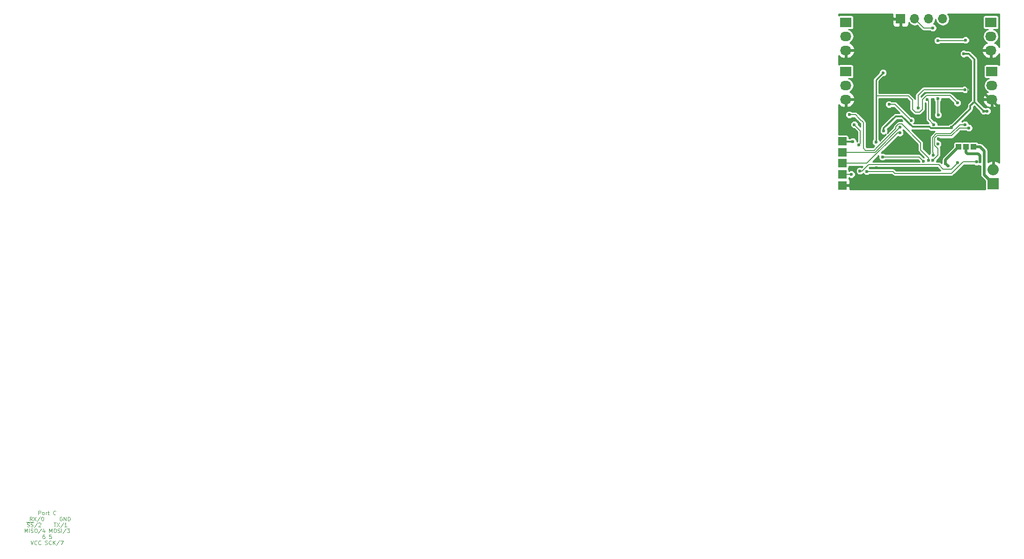
<source format=gtl>
G04 #@! TF.FileFunction,Copper,L1,Top,Signal*
%FSLAX46Y46*%
G04 Gerber Fmt 4.6, Leading zero omitted, Abs format (unit mm)*
G04 Created by KiCad (PCBNEW 4.0.2+dfsg1-stable) date Sun 13 Aug 2017 19:16:48 AEST*
%MOMM*%
G01*
G04 APERTURE LIST*
%ADD10C,0.100000*%
%ADD11C,0.600000*%
%ADD12R,2.032000X1.727200*%
%ADD13O,2.032000X1.727200*%
%ADD14R,2.032000X2.032000*%
%ADD15O,2.032000X2.032000*%
%ADD16R,1.500000X1.500000*%
%ADD17R,1.000000X1.000000*%
%ADD18R,1.700000X1.700000*%
%ADD19O,1.700000X1.700000*%
%ADD20C,0.203200*%
%ADD21C,0.508000*%
%ADD22C,0.152400*%
%ADD23C,0.304800*%
%ADD24C,0.254000*%
G04 APERTURE END LIST*
D10*
X44710668Y-185466667D02*
X44710668Y-184766667D01*
X44977334Y-184766667D01*
X45044001Y-184800000D01*
X45077334Y-184833333D01*
X45110668Y-184900000D01*
X45110668Y-185000000D01*
X45077334Y-185066667D01*
X45044001Y-185100000D01*
X44977334Y-185133333D01*
X44710668Y-185133333D01*
X45510668Y-185466667D02*
X45444001Y-185433333D01*
X45410668Y-185400000D01*
X45377334Y-185333333D01*
X45377334Y-185133333D01*
X45410668Y-185066667D01*
X45444001Y-185033333D01*
X45510668Y-185000000D01*
X45610668Y-185000000D01*
X45677334Y-185033333D01*
X45710668Y-185066667D01*
X45744001Y-185133333D01*
X45744001Y-185333333D01*
X45710668Y-185400000D01*
X45677334Y-185433333D01*
X45610668Y-185466667D01*
X45510668Y-185466667D01*
X46044001Y-185466667D02*
X46044001Y-185000000D01*
X46044001Y-185133333D02*
X46077334Y-185066667D01*
X46110667Y-185033333D01*
X46177334Y-185000000D01*
X46244001Y-185000000D01*
X46377334Y-185000000D02*
X46644000Y-185000000D01*
X46477334Y-184766667D02*
X46477334Y-185366667D01*
X46510667Y-185433333D01*
X46577334Y-185466667D01*
X46644000Y-185466667D01*
X47810667Y-185400000D02*
X47777333Y-185433333D01*
X47677333Y-185466667D01*
X47610667Y-185466667D01*
X47510667Y-185433333D01*
X47444000Y-185366667D01*
X47410667Y-185300000D01*
X47377333Y-185166667D01*
X47377333Y-185066667D01*
X47410667Y-184933333D01*
X47444000Y-184866667D01*
X47510667Y-184800000D01*
X47610667Y-184766667D01*
X47677333Y-184766667D01*
X47777333Y-184800000D01*
X47810667Y-184833333D01*
X43560668Y-186546667D02*
X43327334Y-186213333D01*
X43160668Y-186546667D02*
X43160668Y-185846667D01*
X43427334Y-185846667D01*
X43494001Y-185880000D01*
X43527334Y-185913333D01*
X43560668Y-185980000D01*
X43560668Y-186080000D01*
X43527334Y-186146667D01*
X43494001Y-186180000D01*
X43427334Y-186213333D01*
X43160668Y-186213333D01*
X43794001Y-185846667D02*
X44260668Y-186546667D01*
X44260668Y-185846667D02*
X43794001Y-186546667D01*
X45027335Y-185813333D02*
X44427335Y-186713333D01*
X45394001Y-185846667D02*
X45460668Y-185846667D01*
X45527334Y-185880000D01*
X45560668Y-185913333D01*
X45594001Y-185980000D01*
X45627334Y-186113333D01*
X45627334Y-186280000D01*
X45594001Y-186413333D01*
X45560668Y-186480000D01*
X45527334Y-186513333D01*
X45460668Y-186546667D01*
X45394001Y-186546667D01*
X45327334Y-186513333D01*
X45294001Y-186480000D01*
X45260668Y-186413333D01*
X45227334Y-186280000D01*
X45227334Y-186113333D01*
X45260668Y-185980000D01*
X45294001Y-185913333D01*
X45327334Y-185880000D01*
X45394001Y-185846667D01*
X48960666Y-185880000D02*
X48894000Y-185846667D01*
X48794000Y-185846667D01*
X48694000Y-185880000D01*
X48627333Y-185946667D01*
X48594000Y-186013333D01*
X48560666Y-186146667D01*
X48560666Y-186246667D01*
X48594000Y-186380000D01*
X48627333Y-186446667D01*
X48694000Y-186513333D01*
X48794000Y-186546667D01*
X48860666Y-186546667D01*
X48960666Y-186513333D01*
X48994000Y-186480000D01*
X48994000Y-186246667D01*
X48860666Y-186246667D01*
X49294000Y-186546667D02*
X49294000Y-185846667D01*
X49694000Y-186546667D01*
X49694000Y-185846667D01*
X50027333Y-186546667D02*
X50027333Y-185846667D01*
X50193999Y-185846667D01*
X50293999Y-185880000D01*
X50360666Y-185946667D01*
X50393999Y-186013333D01*
X50427333Y-186146667D01*
X50427333Y-186246667D01*
X50393999Y-186380000D01*
X50360666Y-186446667D01*
X50293999Y-186513333D01*
X50193999Y-186546667D01*
X50027333Y-186546667D01*
X42644000Y-187593333D02*
X42744000Y-187626667D01*
X42910667Y-187626667D01*
X42977334Y-187593333D01*
X43010667Y-187560000D01*
X43044000Y-187493333D01*
X43044000Y-187426667D01*
X43010667Y-187360000D01*
X42977334Y-187326667D01*
X42910667Y-187293333D01*
X42777334Y-187260000D01*
X42710667Y-187226667D01*
X42677334Y-187193333D01*
X42644000Y-187126667D01*
X42644000Y-187060000D01*
X42677334Y-186993333D01*
X42710667Y-186960000D01*
X42777334Y-186926667D01*
X42944000Y-186926667D01*
X43044000Y-186960000D01*
X43310667Y-187593333D02*
X43410667Y-187626667D01*
X43577334Y-187626667D01*
X43644001Y-187593333D01*
X43677334Y-187560000D01*
X43710667Y-187493333D01*
X43710667Y-187426667D01*
X43677334Y-187360000D01*
X43644001Y-187326667D01*
X43577334Y-187293333D01*
X43444001Y-187260000D01*
X43377334Y-187226667D01*
X43344001Y-187193333D01*
X43310667Y-187126667D01*
X43310667Y-187060000D01*
X43344001Y-186993333D01*
X43377334Y-186960000D01*
X43444001Y-186926667D01*
X43610667Y-186926667D01*
X43710667Y-186960000D01*
X42510667Y-186806000D02*
X43844001Y-186806000D01*
X44510668Y-186893333D02*
X43910668Y-187793333D01*
X44710667Y-186993333D02*
X44744001Y-186960000D01*
X44810667Y-186926667D01*
X44977334Y-186926667D01*
X45044001Y-186960000D01*
X45077334Y-186993333D01*
X45110667Y-187060000D01*
X45110667Y-187126667D01*
X45077334Y-187226667D01*
X44677334Y-187626667D01*
X45110667Y-187626667D01*
X47444000Y-186926667D02*
X47844000Y-186926667D01*
X47644000Y-187626667D02*
X47644000Y-186926667D01*
X48010666Y-186926667D02*
X48477333Y-187626667D01*
X48477333Y-186926667D02*
X48010666Y-187626667D01*
X49244000Y-186893333D02*
X48644000Y-187793333D01*
X49843999Y-187626667D02*
X49443999Y-187626667D01*
X49643999Y-187626667D02*
X49643999Y-186926667D01*
X49577333Y-187026667D01*
X49510666Y-187093333D01*
X49443999Y-187126667D01*
X42210668Y-188706667D02*
X42210668Y-188006667D01*
X42444001Y-188506667D01*
X42677334Y-188006667D01*
X42677334Y-188706667D01*
X43010668Y-188706667D02*
X43010668Y-188006667D01*
X43310667Y-188673333D02*
X43410667Y-188706667D01*
X43577334Y-188706667D01*
X43644001Y-188673333D01*
X43677334Y-188640000D01*
X43710667Y-188573333D01*
X43710667Y-188506667D01*
X43677334Y-188440000D01*
X43644001Y-188406667D01*
X43577334Y-188373333D01*
X43444001Y-188340000D01*
X43377334Y-188306667D01*
X43344001Y-188273333D01*
X43310667Y-188206667D01*
X43310667Y-188140000D01*
X43344001Y-188073333D01*
X43377334Y-188040000D01*
X43444001Y-188006667D01*
X43610667Y-188006667D01*
X43710667Y-188040000D01*
X44144001Y-188006667D02*
X44277334Y-188006667D01*
X44344001Y-188040000D01*
X44410668Y-188106667D01*
X44444001Y-188240000D01*
X44444001Y-188473333D01*
X44410668Y-188606667D01*
X44344001Y-188673333D01*
X44277334Y-188706667D01*
X44144001Y-188706667D01*
X44077334Y-188673333D01*
X44010668Y-188606667D01*
X43977334Y-188473333D01*
X43977334Y-188240000D01*
X44010668Y-188106667D01*
X44077334Y-188040000D01*
X44144001Y-188006667D01*
X45244001Y-187973333D02*
X44644001Y-188873333D01*
X45777334Y-188240000D02*
X45777334Y-188706667D01*
X45610667Y-187973333D02*
X45444000Y-188473333D01*
X45877334Y-188473333D01*
X46677334Y-188706667D02*
X46677334Y-188006667D01*
X46910667Y-188506667D01*
X47144000Y-188006667D01*
X47144000Y-188706667D01*
X47610667Y-188006667D02*
X47744000Y-188006667D01*
X47810667Y-188040000D01*
X47877334Y-188106667D01*
X47910667Y-188240000D01*
X47910667Y-188473333D01*
X47877334Y-188606667D01*
X47810667Y-188673333D01*
X47744000Y-188706667D01*
X47610667Y-188706667D01*
X47544000Y-188673333D01*
X47477334Y-188606667D01*
X47444000Y-188473333D01*
X47444000Y-188240000D01*
X47477334Y-188106667D01*
X47544000Y-188040000D01*
X47610667Y-188006667D01*
X48177333Y-188673333D02*
X48277333Y-188706667D01*
X48444000Y-188706667D01*
X48510667Y-188673333D01*
X48544000Y-188640000D01*
X48577333Y-188573333D01*
X48577333Y-188506667D01*
X48544000Y-188440000D01*
X48510667Y-188406667D01*
X48444000Y-188373333D01*
X48310667Y-188340000D01*
X48244000Y-188306667D01*
X48210667Y-188273333D01*
X48177333Y-188206667D01*
X48177333Y-188140000D01*
X48210667Y-188073333D01*
X48244000Y-188040000D01*
X48310667Y-188006667D01*
X48477333Y-188006667D01*
X48577333Y-188040000D01*
X48877334Y-188706667D02*
X48877334Y-188006667D01*
X49710667Y-187973333D02*
X49110667Y-188873333D01*
X49877333Y-188006667D02*
X50310666Y-188006667D01*
X50077333Y-188273333D01*
X50177333Y-188273333D01*
X50244000Y-188306667D01*
X50277333Y-188340000D01*
X50310666Y-188406667D01*
X50310666Y-188573333D01*
X50277333Y-188640000D01*
X50244000Y-188673333D01*
X50177333Y-188706667D01*
X49977333Y-188706667D01*
X49910666Y-188673333D01*
X49877333Y-188640000D01*
X45777334Y-189086667D02*
X45644000Y-189086667D01*
X45577334Y-189120000D01*
X45544000Y-189153333D01*
X45477334Y-189253333D01*
X45444000Y-189386667D01*
X45444000Y-189653333D01*
X45477334Y-189720000D01*
X45510667Y-189753333D01*
X45577334Y-189786667D01*
X45710667Y-189786667D01*
X45777334Y-189753333D01*
X45810667Y-189720000D01*
X45844000Y-189653333D01*
X45844000Y-189486667D01*
X45810667Y-189420000D01*
X45777334Y-189386667D01*
X45710667Y-189353333D01*
X45577334Y-189353333D01*
X45510667Y-189386667D01*
X45477334Y-189420000D01*
X45444000Y-189486667D01*
X47010667Y-189086667D02*
X46677334Y-189086667D01*
X46644000Y-189420000D01*
X46677334Y-189386667D01*
X46744000Y-189353333D01*
X46910667Y-189353333D01*
X46977334Y-189386667D01*
X47010667Y-189420000D01*
X47044000Y-189486667D01*
X47044000Y-189653333D01*
X47010667Y-189720000D01*
X46977334Y-189753333D01*
X46910667Y-189786667D01*
X46744000Y-189786667D01*
X46677334Y-189753333D01*
X46644000Y-189720000D01*
X43310667Y-190166667D02*
X43544000Y-190866667D01*
X43777333Y-190166667D01*
X44410667Y-190800000D02*
X44377333Y-190833333D01*
X44277333Y-190866667D01*
X44210667Y-190866667D01*
X44110667Y-190833333D01*
X44044000Y-190766667D01*
X44010667Y-190700000D01*
X43977333Y-190566667D01*
X43977333Y-190466667D01*
X44010667Y-190333333D01*
X44044000Y-190266667D01*
X44110667Y-190200000D01*
X44210667Y-190166667D01*
X44277333Y-190166667D01*
X44377333Y-190200000D01*
X44410667Y-190233333D01*
X45110667Y-190800000D02*
X45077333Y-190833333D01*
X44977333Y-190866667D01*
X44910667Y-190866667D01*
X44810667Y-190833333D01*
X44744000Y-190766667D01*
X44710667Y-190700000D01*
X44677333Y-190566667D01*
X44677333Y-190466667D01*
X44710667Y-190333333D01*
X44744000Y-190266667D01*
X44810667Y-190200000D01*
X44910667Y-190166667D01*
X44977333Y-190166667D01*
X45077333Y-190200000D01*
X45110667Y-190233333D01*
X45910666Y-190833333D02*
X46010666Y-190866667D01*
X46177333Y-190866667D01*
X46244000Y-190833333D01*
X46277333Y-190800000D01*
X46310666Y-190733333D01*
X46310666Y-190666667D01*
X46277333Y-190600000D01*
X46244000Y-190566667D01*
X46177333Y-190533333D01*
X46044000Y-190500000D01*
X45977333Y-190466667D01*
X45944000Y-190433333D01*
X45910666Y-190366667D01*
X45910666Y-190300000D01*
X45944000Y-190233333D01*
X45977333Y-190200000D01*
X46044000Y-190166667D01*
X46210666Y-190166667D01*
X46310666Y-190200000D01*
X47010667Y-190800000D02*
X46977333Y-190833333D01*
X46877333Y-190866667D01*
X46810667Y-190866667D01*
X46710667Y-190833333D01*
X46644000Y-190766667D01*
X46610667Y-190700000D01*
X46577333Y-190566667D01*
X46577333Y-190466667D01*
X46610667Y-190333333D01*
X46644000Y-190266667D01*
X46710667Y-190200000D01*
X46810667Y-190166667D01*
X46877333Y-190166667D01*
X46977333Y-190200000D01*
X47010667Y-190233333D01*
X47310667Y-190866667D02*
X47310667Y-190166667D01*
X47710667Y-190866667D02*
X47410667Y-190466667D01*
X47710667Y-190166667D02*
X47310667Y-190566667D01*
X48510667Y-190133333D02*
X47910667Y-191033333D01*
X48677333Y-190166667D02*
X49144000Y-190166667D01*
X48844000Y-190866667D01*
D11*
X214100000Y-124800000D03*
X192100000Y-125900000D03*
X208800000Y-119350000D03*
X214250000Y-112550000D03*
X214200000Y-113800000D03*
X211000000Y-106500000D03*
X192700000Y-107300000D03*
X193200000Y-99000000D03*
X193000000Y-97100000D03*
X198500000Y-124000000D03*
X201700000Y-121400000D03*
X197100000Y-117000000D03*
X203174600Y-118567200D03*
X204774800Y-116814600D03*
X200507600Y-118100000D03*
X198399400Y-126263400D03*
X192600000Y-124700000D03*
X212013800Y-100660200D03*
X207949800Y-97409000D03*
X194300000Y-110800000D03*
X190373000Y-116001800D03*
X192709800Y-116230400D03*
X198100000Y-119600000D03*
X196300000Y-122600000D03*
X198000000Y-112800000D03*
X204597000Y-104394000D03*
X202717400Y-107213400D03*
X214500000Y-116000000D03*
X218200000Y-111700000D03*
X207500000Y-117400000D03*
X207750000Y-121150000D03*
X212800000Y-124150000D03*
X200787000Y-114046000D03*
X193167000Y-109474000D03*
X202692000Y-103886000D03*
X203327000Y-98806000D03*
X203581000Y-100711000D03*
X206756000Y-107289600D03*
X211074000Y-95504000D03*
X200914000Y-123088400D03*
X204266800Y-113385600D03*
X202819000Y-109347000D03*
D12*
X190754000Y-105156000D03*
D13*
X190754000Y-107696000D03*
X190754000Y-110236000D03*
D14*
X217424000Y-125500000D03*
D15*
X217424000Y-122960000D03*
D12*
X216990000Y-96266000D03*
D13*
X216990000Y-98806000D03*
X216990000Y-101346000D03*
D12*
X217170000Y-105156000D03*
D13*
X217170000Y-107696000D03*
X217170000Y-110236000D03*
D12*
X190754000Y-96266000D03*
D13*
X190754000Y-98806000D03*
X190754000Y-101346000D03*
D11*
X195600000Y-114500000D03*
D16*
X190119000Y-123825000D03*
X190119000Y-121825000D03*
X190119000Y-119825000D03*
X190119000Y-117825000D03*
X190119000Y-125825000D03*
D17*
X211148000Y-118836000D03*
X213848000Y-118836000D03*
X212498000Y-118836000D03*
D18*
X200672700Y-95631000D03*
D19*
X203212700Y-95631000D03*
X205752700Y-95631000D03*
X208292700Y-95631000D03*
D11*
X215050000Y-121550000D03*
X214450000Y-121550000D03*
X194535427Y-123270999D03*
X202565000Y-114046000D03*
X198577790Y-111140190D03*
X212410000Y-99502000D03*
X207391000Y-99568000D03*
X207401744Y-110098256D03*
X207479900Y-113030000D03*
X212344000Y-108458000D03*
X203835000Y-111760000D03*
X209268800Y-122301000D03*
X208812199Y-121844399D03*
X192024000Y-117856000D03*
X197612000Y-115951000D03*
X212090000Y-101981000D03*
X209900000Y-115300000D03*
X216350000Y-112350000D03*
X215700000Y-112350000D03*
X210947000Y-110871000D03*
X197485000Y-105410000D03*
X196215000Y-117983000D03*
X206502000Y-97282000D03*
X204837882Y-121475622D03*
X197400000Y-120650000D03*
X212344000Y-114808000D03*
X206583138Y-120328650D03*
X213000000Y-115400000D03*
X206502000Y-121239589D03*
X191770000Y-123825000D03*
X200533000Y-116268500D03*
X200596500Y-115255611D03*
X206679800Y-114803229D03*
X205475256Y-110246744D03*
X191389000Y-113000000D03*
X205740000Y-121239589D03*
X211000000Y-121700000D03*
X193300000Y-123200000D03*
X192300000Y-114800000D03*
X193100000Y-118500000D03*
X207400000Y-118300000D03*
D20*
X194535427Y-123270999D02*
X199290921Y-123270999D01*
X199290921Y-123270999D02*
X199662323Y-123642401D01*
X199662323Y-123642401D02*
X209877521Y-123642401D01*
X209877521Y-123642401D02*
X211969922Y-121550000D01*
X211969922Y-121550000D02*
X214450000Y-121550000D01*
D21*
X212498000Y-118836000D02*
X212498000Y-119844000D01*
X212498000Y-119844000D02*
X212754000Y-120100000D01*
X212754000Y-120100000D02*
X214700000Y-120100000D01*
X214700000Y-120100000D02*
X215050000Y-120450000D01*
X215050000Y-120450000D02*
X215050000Y-121550000D01*
X216936000Y-110236000D02*
X215700000Y-109000000D01*
X217170000Y-110236000D02*
X216936000Y-110236000D01*
D22*
X212872601Y-111527399D02*
X212300000Y-112100000D01*
X206756000Y-107289600D02*
X207055999Y-106989601D01*
X207055999Y-106989601D02*
X211657931Y-106989601D01*
X211657931Y-106989601D02*
X212872601Y-108204271D01*
X212872601Y-108204271D02*
X212872601Y-111527399D01*
D21*
X217170000Y-110413800D02*
X218313000Y-111556800D01*
X217170000Y-110236000D02*
X217170000Y-110413800D01*
X217170000Y-110236000D02*
X217170000Y-110286800D01*
D20*
X198577790Y-111140190D02*
X199659190Y-111140190D01*
X199659190Y-111140190D02*
X202565000Y-114046000D01*
X207391000Y-99568000D02*
X212344000Y-99568000D01*
X212344000Y-99568000D02*
X212410000Y-99502000D01*
X207391000Y-113030000D02*
X207391000Y-110109000D01*
X207391000Y-110109000D02*
X207401744Y-110098256D01*
X206444078Y-108458000D02*
X205994000Y-108458000D01*
X205941170Y-108458000D02*
X205994000Y-108458000D01*
X204851000Y-108458000D02*
X205994000Y-108458000D01*
X203835000Y-109474000D02*
X204851000Y-108458000D01*
X203835000Y-111760000D02*
X203835000Y-109474000D01*
X206444078Y-108458000D02*
X212344000Y-108458000D01*
D21*
X208812199Y-121844399D02*
X208812199Y-121171801D01*
X208812199Y-121171801D02*
X211148000Y-118836000D01*
X209268800Y-122301000D02*
X208812199Y-121844399D01*
X215800000Y-119600000D02*
X215036000Y-118836000D01*
X215036000Y-118836000D02*
X213848000Y-118836000D01*
X215800000Y-123876000D02*
X215800000Y-119600000D01*
X217424000Y-125500000D02*
X215800000Y-123876000D01*
D23*
X213253611Y-111946389D02*
X213253611Y-111396389D01*
X213253611Y-111396389D02*
X214000000Y-110650000D01*
X212090000Y-101981000D02*
X212981000Y-101981000D01*
X212981000Y-101981000D02*
X214000000Y-103000000D01*
X214000000Y-103000000D02*
X214000000Y-110650000D01*
X214000000Y-110650000D02*
X215700000Y-112350000D01*
X215700000Y-112350000D02*
X216350000Y-112350000D01*
X213253611Y-111946389D02*
X209900000Y-115300000D01*
X209931000Y-115443000D02*
X206121000Y-115443000D01*
X206121000Y-115443000D02*
X205867000Y-115189000D01*
X205867000Y-115189000D02*
X202825106Y-115189000D01*
X202825106Y-115189000D02*
X200920106Y-113284000D01*
X200920106Y-113284000D02*
X199771000Y-113284000D01*
X199771000Y-113284000D02*
X197612000Y-115443000D01*
X197612000Y-115443000D02*
X197612000Y-115951000D01*
X192024000Y-117856000D02*
X190150000Y-117856000D01*
X190150000Y-117856000D02*
X190119000Y-117825000D01*
D24*
X196215000Y-117983000D02*
X196215000Y-109601000D01*
D20*
X199517000Y-109601000D02*
X196215000Y-109601000D01*
D24*
X196215000Y-109601000D02*
X196215000Y-106680000D01*
D20*
X204597000Y-112014000D02*
X204089000Y-112522000D01*
X210947000Y-110871000D02*
X209620255Y-109544255D01*
X209620255Y-109544255D02*
X205357823Y-109544255D01*
X202057000Y-109601000D02*
X199517000Y-109601000D01*
X205357823Y-109544255D02*
X204597000Y-110305078D01*
X204597000Y-110305078D02*
X204597000Y-112014000D01*
X204089000Y-112522000D02*
X203327000Y-112522000D01*
X203327000Y-112522000D02*
X202819000Y-112014000D01*
X202819000Y-112014000D02*
X202819000Y-110363000D01*
X202819000Y-110363000D02*
X202057000Y-109601000D01*
D24*
X196215000Y-106680000D02*
X197485000Y-105410000D01*
D20*
X206502000Y-97282000D02*
X204851000Y-97282000D01*
X204851000Y-97282000D02*
X203200000Y-95631000D01*
X197400000Y-120650000D02*
X204012260Y-120650000D01*
X204012260Y-120650000D02*
X204837882Y-121475622D01*
X212344000Y-114808000D02*
X211392000Y-114808000D01*
X206490389Y-119811637D02*
X206583138Y-119904386D01*
X211392000Y-114808000D02*
X209745999Y-116454001D01*
X209745999Y-116454001D02*
X207123168Y-116454002D01*
X207123168Y-116454002D02*
X206490389Y-117086781D01*
X206490389Y-117086781D02*
X206490389Y-119811637D01*
X206583138Y-119904386D02*
X206583138Y-120328650D01*
X206502000Y-121239589D02*
X207400000Y-120341589D01*
X207400000Y-120341589D02*
X207400000Y-119119922D01*
X207400000Y-119119922D02*
X206845999Y-118565921D01*
X206845999Y-118565921D02*
X206845999Y-117234079D01*
X206845999Y-117234079D02*
X207270467Y-116809611D01*
X207270467Y-116809611D02*
X209893298Y-116809610D01*
X209893298Y-116809610D02*
X211302908Y-115400000D01*
X211302908Y-115400000D02*
X213000000Y-115400000D01*
X191770000Y-123825000D02*
X190119000Y-123825000D01*
X200533000Y-116268500D02*
X200108736Y-116268500D01*
X200108736Y-116268500D02*
X194552236Y-121825000D01*
X194552236Y-121825000D02*
X191072200Y-121825000D01*
X191072200Y-121825000D02*
X190119000Y-121825000D01*
X190119000Y-119825000D02*
X196049328Y-119825000D01*
X196049328Y-119825000D02*
X196049328Y-119802783D01*
X196049328Y-119802783D02*
X200596500Y-115255611D01*
X205475256Y-110246744D02*
X205740000Y-110511488D01*
X205740000Y-110511488D02*
X205740000Y-113863429D01*
X205740000Y-113863429D02*
X206679800Y-114803229D01*
X192500000Y-113000000D02*
X191389000Y-113000000D01*
X193292000Y-113792000D02*
X192500000Y-113000000D01*
X193294000Y-113792000D02*
X193292000Y-113792000D01*
X194335890Y-119469390D02*
X193929000Y-119062500D01*
X193929000Y-119062500D02*
X193929000Y-114427000D01*
X195871610Y-119469390D02*
X194335890Y-119469390D01*
X196413703Y-118935500D02*
X196405500Y-118935500D01*
X196405500Y-118935500D02*
X195871610Y-119469390D01*
X199834500Y-115514703D02*
X196413703Y-118935500D01*
X204304675Y-119380000D02*
X204304675Y-118143864D01*
X204304675Y-118143864D02*
X200862421Y-114701610D01*
X200862421Y-114701610D02*
X200330579Y-114701610D01*
X200330579Y-114701610D02*
X199834500Y-115197689D01*
X199834500Y-115197689D02*
X199834500Y-115514703D01*
X193929000Y-114427000D02*
X193294000Y-113792000D01*
X205740000Y-121239589D02*
X205740000Y-120815325D01*
X205740000Y-120815325D02*
X204304675Y-119380000D01*
X208383835Y-122855001D02*
X209844999Y-122855001D01*
X207558457Y-122029623D02*
X208383835Y-122855001D01*
X209844999Y-122855001D02*
X210700001Y-121999999D01*
X210700001Y-121999999D02*
X211000000Y-121700000D01*
X207558457Y-122029623D02*
X194850521Y-122029623D01*
X194850521Y-122029623D02*
X193680144Y-123200000D01*
X193680144Y-123200000D02*
X193300000Y-123200000D01*
X193100000Y-118500000D02*
X193399999Y-118200001D01*
X193399999Y-118200001D02*
X193399999Y-115899999D01*
X193399999Y-115899999D02*
X192300000Y-114800000D01*
D24*
G36*
X214034927Y-122170028D02*
X214303797Y-122281673D01*
X214594925Y-122281927D01*
X214750049Y-122217831D01*
X214903797Y-122281673D01*
X215114200Y-122281857D01*
X215114200Y-123876000D01*
X215166403Y-124138445D01*
X215315066Y-124360934D01*
X215967741Y-125013609D01*
X215967741Y-126493200D01*
X191504000Y-126493200D01*
X191504000Y-126110750D01*
X191345250Y-125952000D01*
X190246000Y-125952000D01*
X190246000Y-125972000D01*
X189992000Y-125972000D01*
X189992000Y-125952000D01*
X189972000Y-125952000D01*
X189972000Y-125698000D01*
X189992000Y-125698000D01*
X189992000Y-125678000D01*
X190246000Y-125678000D01*
X190246000Y-125698000D01*
X191345250Y-125698000D01*
X191504000Y-125539250D01*
X191504000Y-124948691D01*
X191407327Y-124715302D01*
X191302147Y-124610121D01*
X191309259Y-124575000D01*
X191309259Y-124399280D01*
X191354927Y-124445028D01*
X191623797Y-124556673D01*
X191914925Y-124556927D01*
X192183990Y-124445752D01*
X192390028Y-124240073D01*
X192501673Y-123971203D01*
X192501927Y-123680075D01*
X192390752Y-123411010D01*
X192185073Y-123204972D01*
X191916203Y-123093327D01*
X191625075Y-123093073D01*
X191356010Y-123204248D01*
X191309259Y-123250918D01*
X191309259Y-123075000D01*
X191279150Y-122914985D01*
X191221025Y-122824656D01*
X191274573Y-122746285D01*
X191309259Y-122575000D01*
X191309259Y-122358400D01*
X193767402Y-122358400D01*
X193595487Y-122530315D01*
X193446203Y-122468327D01*
X193155075Y-122468073D01*
X192886010Y-122579248D01*
X192679972Y-122784927D01*
X192568327Y-123053797D01*
X192568073Y-123344925D01*
X192679248Y-123613990D01*
X192884927Y-123820028D01*
X193153797Y-123931673D01*
X193444925Y-123931927D01*
X193713990Y-123820752D01*
X193831692Y-123703255D01*
X193884267Y-123692797D01*
X193910624Y-123675186D01*
X193914675Y-123684989D01*
X194120354Y-123891027D01*
X194389224Y-124002672D01*
X194680352Y-124002926D01*
X194949417Y-123891751D01*
X195036921Y-123804399D01*
X199069979Y-123804399D01*
X199285152Y-124019572D01*
X199458200Y-124135198D01*
X199662323Y-124175802D01*
X199662328Y-124175801D01*
X209877521Y-124175801D01*
X210081644Y-124135198D01*
X210254692Y-124019572D01*
X212190864Y-122083400D01*
X213948450Y-122083400D01*
X214034927Y-122170028D01*
X214034927Y-122170028D01*
G37*
X214034927Y-122170028D02*
X214303797Y-122281673D01*
X214594925Y-122281927D01*
X214750049Y-122217831D01*
X214903797Y-122281673D01*
X215114200Y-122281857D01*
X215114200Y-123876000D01*
X215166403Y-124138445D01*
X215315066Y-124360934D01*
X215967741Y-125013609D01*
X215967741Y-126493200D01*
X191504000Y-126493200D01*
X191504000Y-126110750D01*
X191345250Y-125952000D01*
X190246000Y-125952000D01*
X190246000Y-125972000D01*
X189992000Y-125972000D01*
X189992000Y-125952000D01*
X189972000Y-125952000D01*
X189972000Y-125698000D01*
X189992000Y-125698000D01*
X189992000Y-125678000D01*
X190246000Y-125678000D01*
X190246000Y-125698000D01*
X191345250Y-125698000D01*
X191504000Y-125539250D01*
X191504000Y-124948691D01*
X191407327Y-124715302D01*
X191302147Y-124610121D01*
X191309259Y-124575000D01*
X191309259Y-124399280D01*
X191354927Y-124445028D01*
X191623797Y-124556673D01*
X191914925Y-124556927D01*
X192183990Y-124445752D01*
X192390028Y-124240073D01*
X192501673Y-123971203D01*
X192501927Y-123680075D01*
X192390752Y-123411010D01*
X192185073Y-123204972D01*
X191916203Y-123093327D01*
X191625075Y-123093073D01*
X191356010Y-123204248D01*
X191309259Y-123250918D01*
X191309259Y-123075000D01*
X191279150Y-122914985D01*
X191221025Y-122824656D01*
X191274573Y-122746285D01*
X191309259Y-122575000D01*
X191309259Y-122358400D01*
X193767402Y-122358400D01*
X193595487Y-122530315D01*
X193446203Y-122468327D01*
X193155075Y-122468073D01*
X192886010Y-122579248D01*
X192679972Y-122784927D01*
X192568327Y-123053797D01*
X192568073Y-123344925D01*
X192679248Y-123613990D01*
X192884927Y-123820028D01*
X193153797Y-123931673D01*
X193444925Y-123931927D01*
X193713990Y-123820752D01*
X193831692Y-123703255D01*
X193884267Y-123692797D01*
X193910624Y-123675186D01*
X193914675Y-123684989D01*
X194120354Y-123891027D01*
X194389224Y-124002672D01*
X194680352Y-124002926D01*
X194949417Y-123891751D01*
X195036921Y-123804399D01*
X199069979Y-123804399D01*
X199285152Y-124019572D01*
X199458200Y-124135198D01*
X199662323Y-124175802D01*
X199662328Y-124175801D01*
X209877521Y-124175801D01*
X210081644Y-124135198D01*
X210254692Y-124019572D01*
X212190864Y-122083400D01*
X213948450Y-122083400D01*
X214034927Y-122170028D01*
G36*
X207883493Y-123109001D02*
X199883265Y-123109001D01*
X199668092Y-122893828D01*
X199495044Y-122778202D01*
X199290921Y-122737599D01*
X195036977Y-122737599D01*
X194966993Y-122667493D01*
X195071463Y-122563023D01*
X207337515Y-122563023D01*
X207883493Y-123109001D01*
X207883493Y-123109001D01*
G37*
X207883493Y-123109001D02*
X199883265Y-123109001D01*
X199668092Y-122893828D01*
X199495044Y-122778202D01*
X199290921Y-122737599D01*
X195036977Y-122737599D01*
X194966993Y-122667493D01*
X195071463Y-122563023D01*
X207337515Y-122563023D01*
X207883493Y-123109001D01*
G36*
X199187700Y-95345250D02*
X199346450Y-95504000D01*
X200545700Y-95504000D01*
X200545700Y-95484000D01*
X200799700Y-95484000D01*
X200799700Y-95504000D01*
X200819700Y-95504000D01*
X200819700Y-95758000D01*
X200799700Y-95758000D01*
X200799700Y-96957250D01*
X200958450Y-97116000D01*
X201649010Y-97116000D01*
X201882399Y-97019327D01*
X202061027Y-96840698D01*
X202157700Y-96607309D01*
X202157700Y-96340040D01*
X202306331Y-96562481D01*
X202722176Y-96840341D01*
X203212700Y-96937912D01*
X203663000Y-96848342D01*
X204473827Y-97659168D01*
X204473829Y-97659171D01*
X204646877Y-97774797D01*
X204851000Y-97815401D01*
X204851005Y-97815400D01*
X206000450Y-97815400D01*
X206086927Y-97902028D01*
X206355797Y-98013673D01*
X206646925Y-98013927D01*
X206915990Y-97902752D01*
X207122028Y-97697073D01*
X207233673Y-97428203D01*
X207233927Y-97137075D01*
X207122752Y-96868010D01*
X206917073Y-96661972D01*
X206663066Y-96556499D01*
X206936929Y-96146636D01*
X207022700Y-95715435D01*
X207108471Y-96146636D01*
X207386331Y-96562481D01*
X207802176Y-96840341D01*
X208292700Y-96937912D01*
X208783224Y-96840341D01*
X209199069Y-96562481D01*
X209476929Y-96146636D01*
X209574500Y-95656112D01*
X209574500Y-95605888D01*
X209476929Y-95115364D01*
X209226652Y-94740800D01*
X218493200Y-94740800D01*
X218493200Y-100760481D01*
X218340732Y-100443964D01*
X217904320Y-100054046D01*
X217697867Y-99981830D01*
X218086750Y-99721986D01*
X218367558Y-99301728D01*
X218466164Y-98806000D01*
X218367558Y-98310272D01*
X218086750Y-97890014D01*
X217666492Y-97609206D01*
X217468680Y-97569859D01*
X218006000Y-97569859D01*
X218166015Y-97539750D01*
X218312980Y-97445181D01*
X218411573Y-97300885D01*
X218446259Y-97129600D01*
X218446259Y-95402400D01*
X218416150Y-95242385D01*
X218321581Y-95095420D01*
X218177285Y-94996827D01*
X218006000Y-94962141D01*
X215974000Y-94962141D01*
X215813985Y-94992250D01*
X215667020Y-95086819D01*
X215568427Y-95231115D01*
X215533741Y-95402400D01*
X215533741Y-97129600D01*
X215563850Y-97289615D01*
X215658419Y-97436580D01*
X215802715Y-97535173D01*
X215974000Y-97569859D01*
X216511320Y-97569859D01*
X216313508Y-97609206D01*
X215893250Y-97890014D01*
X215612442Y-98310272D01*
X215513836Y-98806000D01*
X215612442Y-99301728D01*
X215893250Y-99721986D01*
X216282133Y-99981830D01*
X216075680Y-100054046D01*
X215639268Y-100443964D01*
X215385291Y-100971209D01*
X215382642Y-100986974D01*
X215503783Y-101219000D01*
X216863000Y-101219000D01*
X216863000Y-101199000D01*
X217117000Y-101199000D01*
X217117000Y-101219000D01*
X217137000Y-101219000D01*
X217137000Y-101473000D01*
X217117000Y-101473000D01*
X217117000Y-102686924D01*
X217351913Y-102831184D01*
X217904320Y-102637954D01*
X218340732Y-102248036D01*
X218493200Y-101931519D01*
X218493200Y-103979694D01*
X218357285Y-103886827D01*
X218186000Y-103852141D01*
X216154000Y-103852141D01*
X215993985Y-103882250D01*
X215847020Y-103976819D01*
X215748427Y-104121115D01*
X215713741Y-104292400D01*
X215713741Y-106019600D01*
X215743850Y-106179615D01*
X215838419Y-106326580D01*
X215982715Y-106425173D01*
X216154000Y-106459859D01*
X216691320Y-106459859D01*
X216493508Y-106499206D01*
X216073250Y-106780014D01*
X215792442Y-107200272D01*
X215693836Y-107696000D01*
X215792442Y-108191728D01*
X216073250Y-108611986D01*
X216462133Y-108871830D01*
X216255680Y-108944046D01*
X215819268Y-109333964D01*
X215565291Y-109861209D01*
X215562642Y-109876974D01*
X215683783Y-110109000D01*
X217043000Y-110109000D01*
X217043000Y-110089000D01*
X217297000Y-110089000D01*
X217297000Y-110109000D01*
X217317000Y-110109000D01*
X217317000Y-110363000D01*
X217297000Y-110363000D01*
X217297000Y-111576924D01*
X217531913Y-111721184D01*
X218084320Y-111527954D01*
X218493200Y-111162635D01*
X218493200Y-121731543D01*
X218392379Y-121622812D01*
X217806946Y-121354017D01*
X217551000Y-121472633D01*
X217551000Y-122833000D01*
X217571000Y-122833000D01*
X217571000Y-123087000D01*
X217551000Y-123087000D01*
X217551000Y-123107000D01*
X217297000Y-123107000D01*
X217297000Y-123087000D01*
X217277000Y-123087000D01*
X217277000Y-122833000D01*
X217297000Y-122833000D01*
X217297000Y-121472633D01*
X217041054Y-121354017D01*
X216485800Y-121608956D01*
X216485800Y-119600000D01*
X216465116Y-119496015D01*
X216433597Y-119337555D01*
X216284934Y-119115066D01*
X215520934Y-118351066D01*
X215298445Y-118202403D01*
X215036000Y-118150200D01*
X214741558Y-118150200D01*
X214663581Y-118029020D01*
X214519285Y-117930427D01*
X214348000Y-117895741D01*
X213348000Y-117895741D01*
X213187985Y-117925850D01*
X213174905Y-117934267D01*
X213169285Y-117930427D01*
X212998000Y-117895741D01*
X211998000Y-117895741D01*
X211837985Y-117925850D01*
X211824905Y-117934267D01*
X211819285Y-117930427D01*
X211648000Y-117895741D01*
X210648000Y-117895741D01*
X210487985Y-117925850D01*
X210341020Y-118020419D01*
X210242427Y-118164715D01*
X210207741Y-118336000D01*
X210207741Y-118806391D01*
X208327265Y-120686867D01*
X208178602Y-120909356D01*
X208149194Y-121057203D01*
X208126399Y-121171801D01*
X208126399Y-121587722D01*
X208080526Y-121698196D01*
X208080440Y-121797264D01*
X207935628Y-121652452D01*
X207762580Y-121536826D01*
X207558457Y-121496223D01*
X207187818Y-121496223D01*
X207233673Y-121385792D01*
X207233781Y-121262150D01*
X207777171Y-120718760D01*
X207892797Y-120545712D01*
X207933400Y-120341589D01*
X207933400Y-119119927D01*
X207933401Y-119119922D01*
X207892797Y-118915799D01*
X207863250Y-118871578D01*
X208020028Y-118715073D01*
X208131673Y-118446203D01*
X208131927Y-118155075D01*
X208020752Y-117886010D01*
X207815073Y-117679972D01*
X207546203Y-117568327D01*
X207379399Y-117568181D01*
X207379399Y-117455021D01*
X207491408Y-117343011D01*
X209893298Y-117343010D01*
X210097421Y-117302407D01*
X210270469Y-117186781D01*
X211523849Y-115933400D01*
X212498450Y-115933400D01*
X212584927Y-116020028D01*
X212853797Y-116131673D01*
X213144925Y-116131927D01*
X213413990Y-116020752D01*
X213620028Y-115815073D01*
X213731673Y-115546203D01*
X213731927Y-115255075D01*
X213620752Y-114986010D01*
X213415073Y-114779972D01*
X213146203Y-114668327D01*
X213075922Y-114668266D01*
X213075927Y-114663075D01*
X212964752Y-114394010D01*
X212759073Y-114187972D01*
X212490203Y-114076327D01*
X212199075Y-114076073D01*
X211930010Y-114187248D01*
X211842506Y-114274600D01*
X211751584Y-114274600D01*
X213666703Y-112359481D01*
X213694502Y-112317876D01*
X213793341Y-112169953D01*
X213837811Y-111946389D01*
X213837811Y-111638373D01*
X214000000Y-111476184D01*
X214968117Y-112444301D01*
X214968073Y-112494925D01*
X215079248Y-112763990D01*
X215284927Y-112970028D01*
X215553797Y-113081673D01*
X215844925Y-113081927D01*
X216025111Y-113007476D01*
X216203797Y-113081673D01*
X216494925Y-113081927D01*
X216763990Y-112970752D01*
X216970028Y-112765073D01*
X217081673Y-112496203D01*
X217081927Y-112205075D01*
X216970752Y-111936010D01*
X216765073Y-111729972D01*
X216496203Y-111618327D01*
X216205075Y-111618073D01*
X216024889Y-111692524D01*
X215846203Y-111618327D01*
X215794466Y-111618282D01*
X214771210Y-110595026D01*
X215562642Y-110595026D01*
X215565291Y-110610791D01*
X215819268Y-111138036D01*
X216255680Y-111527954D01*
X216808087Y-111721184D01*
X217043000Y-111576924D01*
X217043000Y-110363000D01*
X215683783Y-110363000D01*
X215562642Y-110595026D01*
X214771210Y-110595026D01*
X214584200Y-110408016D01*
X214584200Y-103000005D01*
X214584201Y-103000000D01*
X214539731Y-102776437D01*
X214413092Y-102586908D01*
X213531210Y-101705026D01*
X215382642Y-101705026D01*
X215385291Y-101720791D01*
X215639268Y-102248036D01*
X216075680Y-102637954D01*
X216628087Y-102831184D01*
X216863000Y-102686924D01*
X216863000Y-101473000D01*
X215503783Y-101473000D01*
X215382642Y-101705026D01*
X213531210Y-101705026D01*
X213394092Y-101567908D01*
X213391127Y-101565927D01*
X213204564Y-101441270D01*
X212981000Y-101396800D01*
X212540839Y-101396800D01*
X212505073Y-101360972D01*
X212236203Y-101249327D01*
X211945075Y-101249073D01*
X211676010Y-101360248D01*
X211469972Y-101565927D01*
X211358327Y-101834797D01*
X211358073Y-102125925D01*
X211469248Y-102394990D01*
X211674927Y-102601028D01*
X211943797Y-102712673D01*
X212234925Y-102712927D01*
X212503990Y-102601752D01*
X212540606Y-102565200D01*
X212739016Y-102565200D01*
X213415800Y-103241984D01*
X213415800Y-110408017D01*
X212840519Y-110983297D01*
X212713881Y-111172825D01*
X212669411Y-111396389D01*
X212669411Y-111704405D01*
X209805699Y-114568117D01*
X209755075Y-114568073D01*
X209486010Y-114679248D01*
X209306145Y-114858800D01*
X207411552Y-114858800D01*
X207411727Y-114658304D01*
X207300552Y-114389239D01*
X207094873Y-114183201D01*
X206826003Y-114071556D01*
X206702361Y-114071448D01*
X206273400Y-113642487D01*
X206273400Y-110511493D01*
X206273401Y-110511488D01*
X206232797Y-110307365D01*
X206207037Y-110268813D01*
X206207183Y-110101819D01*
X206197199Y-110077655D01*
X206669961Y-110077655D01*
X206669817Y-110243181D01*
X206780992Y-110512246D01*
X206857600Y-110588988D01*
X206857600Y-112620399D01*
X206748227Y-112883797D01*
X206747973Y-113174925D01*
X206859148Y-113443990D01*
X207064827Y-113650028D01*
X207333697Y-113761673D01*
X207624825Y-113761927D01*
X207893890Y-113650752D01*
X208099928Y-113445073D01*
X208211573Y-113176203D01*
X208211827Y-112885075D01*
X208100652Y-112616010D01*
X207924400Y-112439450D01*
X207924400Y-110610531D01*
X208021772Y-110513329D01*
X208133417Y-110244459D01*
X208133563Y-110077655D01*
X209399313Y-110077655D01*
X210215180Y-110893522D01*
X210215073Y-111015925D01*
X210326248Y-111284990D01*
X210531927Y-111491028D01*
X210800797Y-111602673D01*
X211091925Y-111602927D01*
X211360990Y-111491752D01*
X211567028Y-111286073D01*
X211678673Y-111017203D01*
X211678927Y-110726075D01*
X211567752Y-110457010D01*
X211362073Y-110250972D01*
X211093203Y-110139327D01*
X210969561Y-110139219D01*
X209997426Y-109167084D01*
X209824378Y-109051458D01*
X209620255Y-109010855D01*
X205357823Y-109010855D01*
X205153700Y-109051458D01*
X204980652Y-109167084D01*
X204368400Y-109779336D01*
X204368400Y-109694942D01*
X205071942Y-108991400D01*
X211842450Y-108991400D01*
X211928927Y-109078028D01*
X212197797Y-109189673D01*
X212488925Y-109189927D01*
X212757990Y-109078752D01*
X212964028Y-108873073D01*
X213075673Y-108604203D01*
X213075927Y-108313075D01*
X212964752Y-108044010D01*
X212759073Y-107837972D01*
X212490203Y-107726327D01*
X212199075Y-107726073D01*
X211930010Y-107837248D01*
X211842506Y-107924600D01*
X204851000Y-107924600D01*
X204646877Y-107965203D01*
X204473829Y-108080829D01*
X203457829Y-109096829D01*
X203342203Y-109269877D01*
X203301600Y-109474000D01*
X203301600Y-110143616D01*
X203196171Y-109985829D01*
X202434171Y-109223829D01*
X202261123Y-109108203D01*
X202057000Y-109067600D01*
X196773800Y-109067600D01*
X196773800Y-106911462D01*
X197543410Y-106141852D01*
X197629925Y-106141927D01*
X197898990Y-106030752D01*
X198105028Y-105825073D01*
X198216673Y-105556203D01*
X198216927Y-105265075D01*
X198105752Y-104996010D01*
X197900073Y-104789972D01*
X197631203Y-104678327D01*
X197340075Y-104678073D01*
X197071010Y-104789248D01*
X196864972Y-104994927D01*
X196753327Y-105263797D01*
X196753250Y-105351488D01*
X195819869Y-106284869D01*
X195698736Y-106466156D01*
X195656200Y-106680000D01*
X195656200Y-117506806D01*
X195594972Y-117567927D01*
X195483327Y-117836797D01*
X195483073Y-118127925D01*
X195594248Y-118396990D01*
X195799927Y-118603028D01*
X195929731Y-118656928D01*
X195650668Y-118935990D01*
X194556832Y-118935990D01*
X194462400Y-118841558D01*
X194462400Y-114427005D01*
X194462401Y-114427000D01*
X194421797Y-114222877D01*
X194401301Y-114192203D01*
X194306171Y-114049829D01*
X194306168Y-114049827D01*
X193671171Y-113414829D01*
X193665144Y-113410802D01*
X192877171Y-112622829D01*
X192704123Y-112507203D01*
X192500000Y-112466600D01*
X191890550Y-112466600D01*
X191804073Y-112379972D01*
X191535203Y-112268327D01*
X191244075Y-112268073D01*
X190975010Y-112379248D01*
X190768972Y-112584927D01*
X190657327Y-112853797D01*
X190657073Y-113144925D01*
X190768248Y-113413990D01*
X190973927Y-113620028D01*
X191242797Y-113731673D01*
X191533925Y-113731927D01*
X191802990Y-113620752D01*
X191890494Y-113533400D01*
X192279058Y-113533400D01*
X192914829Y-114169171D01*
X192920856Y-114173198D01*
X193395600Y-114647941D01*
X193395600Y-115141259D01*
X193031820Y-114777479D01*
X193031927Y-114655075D01*
X192920752Y-114386010D01*
X192715073Y-114179972D01*
X192446203Y-114068327D01*
X192155075Y-114068073D01*
X191886010Y-114179248D01*
X191679972Y-114384927D01*
X191568327Y-114653797D01*
X191568073Y-114944925D01*
X191679248Y-115213990D01*
X191884927Y-115420028D01*
X192153797Y-115531673D01*
X192277439Y-115531781D01*
X192866599Y-116120940D01*
X192866599Y-117804630D01*
X192755805Y-117850409D01*
X192755927Y-117711075D01*
X192644752Y-117442010D01*
X192439073Y-117235972D01*
X192170203Y-117124327D01*
X191879075Y-117124073D01*
X191610010Y-117235248D01*
X191573394Y-117271800D01*
X191309259Y-117271800D01*
X191309259Y-117075000D01*
X191279150Y-116914985D01*
X191184581Y-116768020D01*
X191040285Y-116669427D01*
X190869000Y-116634741D01*
X189506800Y-116634741D01*
X189506800Y-111230538D01*
X189839680Y-111527954D01*
X190392087Y-111721184D01*
X190627000Y-111576924D01*
X190627000Y-110363000D01*
X190881000Y-110363000D01*
X190881000Y-111576924D01*
X191115913Y-111721184D01*
X191668320Y-111527954D01*
X192104732Y-111138036D01*
X192358709Y-110610791D01*
X192361358Y-110595026D01*
X192240217Y-110363000D01*
X190881000Y-110363000D01*
X190627000Y-110363000D01*
X190607000Y-110363000D01*
X190607000Y-110109000D01*
X190627000Y-110109000D01*
X190627000Y-110089000D01*
X190881000Y-110089000D01*
X190881000Y-110109000D01*
X192240217Y-110109000D01*
X192361358Y-109876974D01*
X192358709Y-109861209D01*
X192104732Y-109333964D01*
X191668320Y-108944046D01*
X191461867Y-108871830D01*
X191850750Y-108611986D01*
X192131558Y-108191728D01*
X192230164Y-107696000D01*
X192131558Y-107200272D01*
X191850750Y-106780014D01*
X191430492Y-106499206D01*
X191232680Y-106459859D01*
X191770000Y-106459859D01*
X191930015Y-106429750D01*
X192076980Y-106335181D01*
X192175573Y-106190885D01*
X192210259Y-106019600D01*
X192210259Y-104292400D01*
X192180150Y-104132385D01*
X192085581Y-103985420D01*
X191941285Y-103886827D01*
X191770000Y-103852141D01*
X189738000Y-103852141D01*
X189577985Y-103882250D01*
X189506800Y-103928056D01*
X189506800Y-102340538D01*
X189839680Y-102637954D01*
X190392087Y-102831184D01*
X190627000Y-102686924D01*
X190627000Y-101473000D01*
X190881000Y-101473000D01*
X190881000Y-102686924D01*
X191115913Y-102831184D01*
X191668320Y-102637954D01*
X192104732Y-102248036D01*
X192358709Y-101720791D01*
X192361358Y-101705026D01*
X192240217Y-101473000D01*
X190881000Y-101473000D01*
X190627000Y-101473000D01*
X190607000Y-101473000D01*
X190607000Y-101219000D01*
X190627000Y-101219000D01*
X190627000Y-101199000D01*
X190881000Y-101199000D01*
X190881000Y-101219000D01*
X192240217Y-101219000D01*
X192361358Y-100986974D01*
X192358709Y-100971209D01*
X192104732Y-100443964D01*
X191668320Y-100054046D01*
X191461867Y-99981830D01*
X191850750Y-99721986D01*
X191856804Y-99712925D01*
X206659073Y-99712925D01*
X206770248Y-99981990D01*
X206975927Y-100188028D01*
X207244797Y-100299673D01*
X207535925Y-100299927D01*
X207804990Y-100188752D01*
X207892494Y-100101400D01*
X211974335Y-100101400D01*
X211994927Y-100122028D01*
X212263797Y-100233673D01*
X212554925Y-100233927D01*
X212823990Y-100122752D01*
X213030028Y-99917073D01*
X213141673Y-99648203D01*
X213141927Y-99357075D01*
X213030752Y-99088010D01*
X212825073Y-98881972D01*
X212556203Y-98770327D01*
X212265075Y-98770073D01*
X211996010Y-98881248D01*
X211842390Y-99034600D01*
X207892550Y-99034600D01*
X207806073Y-98947972D01*
X207537203Y-98836327D01*
X207246075Y-98836073D01*
X206977010Y-98947248D01*
X206770972Y-99152927D01*
X206659327Y-99421797D01*
X206659073Y-99712925D01*
X191856804Y-99712925D01*
X192131558Y-99301728D01*
X192230164Y-98806000D01*
X192131558Y-98310272D01*
X191850750Y-97890014D01*
X191430492Y-97609206D01*
X191232680Y-97569859D01*
X191770000Y-97569859D01*
X191930015Y-97539750D01*
X192076980Y-97445181D01*
X192175573Y-97300885D01*
X192210259Y-97129600D01*
X192210259Y-95916750D01*
X199187700Y-95916750D01*
X199187700Y-96607309D01*
X199284373Y-96840698D01*
X199463001Y-97019327D01*
X199696390Y-97116000D01*
X200386950Y-97116000D01*
X200545700Y-96957250D01*
X200545700Y-95758000D01*
X199346450Y-95758000D01*
X199187700Y-95916750D01*
X192210259Y-95916750D01*
X192210259Y-95402400D01*
X192180150Y-95242385D01*
X192085581Y-95095420D01*
X191941285Y-94996827D01*
X191770000Y-94962141D01*
X189738000Y-94962141D01*
X189577985Y-94992250D01*
X189506800Y-95038056D01*
X189506800Y-94740800D01*
X199187700Y-94740800D01*
X199187700Y-95345250D01*
X199187700Y-95345250D01*
G37*
X199187700Y-95345250D02*
X199346450Y-95504000D01*
X200545700Y-95504000D01*
X200545700Y-95484000D01*
X200799700Y-95484000D01*
X200799700Y-95504000D01*
X200819700Y-95504000D01*
X200819700Y-95758000D01*
X200799700Y-95758000D01*
X200799700Y-96957250D01*
X200958450Y-97116000D01*
X201649010Y-97116000D01*
X201882399Y-97019327D01*
X202061027Y-96840698D01*
X202157700Y-96607309D01*
X202157700Y-96340040D01*
X202306331Y-96562481D01*
X202722176Y-96840341D01*
X203212700Y-96937912D01*
X203663000Y-96848342D01*
X204473827Y-97659168D01*
X204473829Y-97659171D01*
X204646877Y-97774797D01*
X204851000Y-97815401D01*
X204851005Y-97815400D01*
X206000450Y-97815400D01*
X206086927Y-97902028D01*
X206355797Y-98013673D01*
X206646925Y-98013927D01*
X206915990Y-97902752D01*
X207122028Y-97697073D01*
X207233673Y-97428203D01*
X207233927Y-97137075D01*
X207122752Y-96868010D01*
X206917073Y-96661972D01*
X206663066Y-96556499D01*
X206936929Y-96146636D01*
X207022700Y-95715435D01*
X207108471Y-96146636D01*
X207386331Y-96562481D01*
X207802176Y-96840341D01*
X208292700Y-96937912D01*
X208783224Y-96840341D01*
X209199069Y-96562481D01*
X209476929Y-96146636D01*
X209574500Y-95656112D01*
X209574500Y-95605888D01*
X209476929Y-95115364D01*
X209226652Y-94740800D01*
X218493200Y-94740800D01*
X218493200Y-100760481D01*
X218340732Y-100443964D01*
X217904320Y-100054046D01*
X217697867Y-99981830D01*
X218086750Y-99721986D01*
X218367558Y-99301728D01*
X218466164Y-98806000D01*
X218367558Y-98310272D01*
X218086750Y-97890014D01*
X217666492Y-97609206D01*
X217468680Y-97569859D01*
X218006000Y-97569859D01*
X218166015Y-97539750D01*
X218312980Y-97445181D01*
X218411573Y-97300885D01*
X218446259Y-97129600D01*
X218446259Y-95402400D01*
X218416150Y-95242385D01*
X218321581Y-95095420D01*
X218177285Y-94996827D01*
X218006000Y-94962141D01*
X215974000Y-94962141D01*
X215813985Y-94992250D01*
X215667020Y-95086819D01*
X215568427Y-95231115D01*
X215533741Y-95402400D01*
X215533741Y-97129600D01*
X215563850Y-97289615D01*
X215658419Y-97436580D01*
X215802715Y-97535173D01*
X215974000Y-97569859D01*
X216511320Y-97569859D01*
X216313508Y-97609206D01*
X215893250Y-97890014D01*
X215612442Y-98310272D01*
X215513836Y-98806000D01*
X215612442Y-99301728D01*
X215893250Y-99721986D01*
X216282133Y-99981830D01*
X216075680Y-100054046D01*
X215639268Y-100443964D01*
X215385291Y-100971209D01*
X215382642Y-100986974D01*
X215503783Y-101219000D01*
X216863000Y-101219000D01*
X216863000Y-101199000D01*
X217117000Y-101199000D01*
X217117000Y-101219000D01*
X217137000Y-101219000D01*
X217137000Y-101473000D01*
X217117000Y-101473000D01*
X217117000Y-102686924D01*
X217351913Y-102831184D01*
X217904320Y-102637954D01*
X218340732Y-102248036D01*
X218493200Y-101931519D01*
X218493200Y-103979694D01*
X218357285Y-103886827D01*
X218186000Y-103852141D01*
X216154000Y-103852141D01*
X215993985Y-103882250D01*
X215847020Y-103976819D01*
X215748427Y-104121115D01*
X215713741Y-104292400D01*
X215713741Y-106019600D01*
X215743850Y-106179615D01*
X215838419Y-106326580D01*
X215982715Y-106425173D01*
X216154000Y-106459859D01*
X216691320Y-106459859D01*
X216493508Y-106499206D01*
X216073250Y-106780014D01*
X215792442Y-107200272D01*
X215693836Y-107696000D01*
X215792442Y-108191728D01*
X216073250Y-108611986D01*
X216462133Y-108871830D01*
X216255680Y-108944046D01*
X215819268Y-109333964D01*
X215565291Y-109861209D01*
X215562642Y-109876974D01*
X215683783Y-110109000D01*
X217043000Y-110109000D01*
X217043000Y-110089000D01*
X217297000Y-110089000D01*
X217297000Y-110109000D01*
X217317000Y-110109000D01*
X217317000Y-110363000D01*
X217297000Y-110363000D01*
X217297000Y-111576924D01*
X217531913Y-111721184D01*
X218084320Y-111527954D01*
X218493200Y-111162635D01*
X218493200Y-121731543D01*
X218392379Y-121622812D01*
X217806946Y-121354017D01*
X217551000Y-121472633D01*
X217551000Y-122833000D01*
X217571000Y-122833000D01*
X217571000Y-123087000D01*
X217551000Y-123087000D01*
X217551000Y-123107000D01*
X217297000Y-123107000D01*
X217297000Y-123087000D01*
X217277000Y-123087000D01*
X217277000Y-122833000D01*
X217297000Y-122833000D01*
X217297000Y-121472633D01*
X217041054Y-121354017D01*
X216485800Y-121608956D01*
X216485800Y-119600000D01*
X216465116Y-119496015D01*
X216433597Y-119337555D01*
X216284934Y-119115066D01*
X215520934Y-118351066D01*
X215298445Y-118202403D01*
X215036000Y-118150200D01*
X214741558Y-118150200D01*
X214663581Y-118029020D01*
X214519285Y-117930427D01*
X214348000Y-117895741D01*
X213348000Y-117895741D01*
X213187985Y-117925850D01*
X213174905Y-117934267D01*
X213169285Y-117930427D01*
X212998000Y-117895741D01*
X211998000Y-117895741D01*
X211837985Y-117925850D01*
X211824905Y-117934267D01*
X211819285Y-117930427D01*
X211648000Y-117895741D01*
X210648000Y-117895741D01*
X210487985Y-117925850D01*
X210341020Y-118020419D01*
X210242427Y-118164715D01*
X210207741Y-118336000D01*
X210207741Y-118806391D01*
X208327265Y-120686867D01*
X208178602Y-120909356D01*
X208149194Y-121057203D01*
X208126399Y-121171801D01*
X208126399Y-121587722D01*
X208080526Y-121698196D01*
X208080440Y-121797264D01*
X207935628Y-121652452D01*
X207762580Y-121536826D01*
X207558457Y-121496223D01*
X207187818Y-121496223D01*
X207233673Y-121385792D01*
X207233781Y-121262150D01*
X207777171Y-120718760D01*
X207892797Y-120545712D01*
X207933400Y-120341589D01*
X207933400Y-119119927D01*
X207933401Y-119119922D01*
X207892797Y-118915799D01*
X207863250Y-118871578D01*
X208020028Y-118715073D01*
X208131673Y-118446203D01*
X208131927Y-118155075D01*
X208020752Y-117886010D01*
X207815073Y-117679972D01*
X207546203Y-117568327D01*
X207379399Y-117568181D01*
X207379399Y-117455021D01*
X207491408Y-117343011D01*
X209893298Y-117343010D01*
X210097421Y-117302407D01*
X210270469Y-117186781D01*
X211523849Y-115933400D01*
X212498450Y-115933400D01*
X212584927Y-116020028D01*
X212853797Y-116131673D01*
X213144925Y-116131927D01*
X213413990Y-116020752D01*
X213620028Y-115815073D01*
X213731673Y-115546203D01*
X213731927Y-115255075D01*
X213620752Y-114986010D01*
X213415073Y-114779972D01*
X213146203Y-114668327D01*
X213075922Y-114668266D01*
X213075927Y-114663075D01*
X212964752Y-114394010D01*
X212759073Y-114187972D01*
X212490203Y-114076327D01*
X212199075Y-114076073D01*
X211930010Y-114187248D01*
X211842506Y-114274600D01*
X211751584Y-114274600D01*
X213666703Y-112359481D01*
X213694502Y-112317876D01*
X213793341Y-112169953D01*
X213837811Y-111946389D01*
X213837811Y-111638373D01*
X214000000Y-111476184D01*
X214968117Y-112444301D01*
X214968073Y-112494925D01*
X215079248Y-112763990D01*
X215284927Y-112970028D01*
X215553797Y-113081673D01*
X215844925Y-113081927D01*
X216025111Y-113007476D01*
X216203797Y-113081673D01*
X216494925Y-113081927D01*
X216763990Y-112970752D01*
X216970028Y-112765073D01*
X217081673Y-112496203D01*
X217081927Y-112205075D01*
X216970752Y-111936010D01*
X216765073Y-111729972D01*
X216496203Y-111618327D01*
X216205075Y-111618073D01*
X216024889Y-111692524D01*
X215846203Y-111618327D01*
X215794466Y-111618282D01*
X214771210Y-110595026D01*
X215562642Y-110595026D01*
X215565291Y-110610791D01*
X215819268Y-111138036D01*
X216255680Y-111527954D01*
X216808087Y-111721184D01*
X217043000Y-111576924D01*
X217043000Y-110363000D01*
X215683783Y-110363000D01*
X215562642Y-110595026D01*
X214771210Y-110595026D01*
X214584200Y-110408016D01*
X214584200Y-103000005D01*
X214584201Y-103000000D01*
X214539731Y-102776437D01*
X214413092Y-102586908D01*
X213531210Y-101705026D01*
X215382642Y-101705026D01*
X215385291Y-101720791D01*
X215639268Y-102248036D01*
X216075680Y-102637954D01*
X216628087Y-102831184D01*
X216863000Y-102686924D01*
X216863000Y-101473000D01*
X215503783Y-101473000D01*
X215382642Y-101705026D01*
X213531210Y-101705026D01*
X213394092Y-101567908D01*
X213391127Y-101565927D01*
X213204564Y-101441270D01*
X212981000Y-101396800D01*
X212540839Y-101396800D01*
X212505073Y-101360972D01*
X212236203Y-101249327D01*
X211945075Y-101249073D01*
X211676010Y-101360248D01*
X211469972Y-101565927D01*
X211358327Y-101834797D01*
X211358073Y-102125925D01*
X211469248Y-102394990D01*
X211674927Y-102601028D01*
X211943797Y-102712673D01*
X212234925Y-102712927D01*
X212503990Y-102601752D01*
X212540606Y-102565200D01*
X212739016Y-102565200D01*
X213415800Y-103241984D01*
X213415800Y-110408017D01*
X212840519Y-110983297D01*
X212713881Y-111172825D01*
X212669411Y-111396389D01*
X212669411Y-111704405D01*
X209805699Y-114568117D01*
X209755075Y-114568073D01*
X209486010Y-114679248D01*
X209306145Y-114858800D01*
X207411552Y-114858800D01*
X207411727Y-114658304D01*
X207300552Y-114389239D01*
X207094873Y-114183201D01*
X206826003Y-114071556D01*
X206702361Y-114071448D01*
X206273400Y-113642487D01*
X206273400Y-110511493D01*
X206273401Y-110511488D01*
X206232797Y-110307365D01*
X206207037Y-110268813D01*
X206207183Y-110101819D01*
X206197199Y-110077655D01*
X206669961Y-110077655D01*
X206669817Y-110243181D01*
X206780992Y-110512246D01*
X206857600Y-110588988D01*
X206857600Y-112620399D01*
X206748227Y-112883797D01*
X206747973Y-113174925D01*
X206859148Y-113443990D01*
X207064827Y-113650028D01*
X207333697Y-113761673D01*
X207624825Y-113761927D01*
X207893890Y-113650752D01*
X208099928Y-113445073D01*
X208211573Y-113176203D01*
X208211827Y-112885075D01*
X208100652Y-112616010D01*
X207924400Y-112439450D01*
X207924400Y-110610531D01*
X208021772Y-110513329D01*
X208133417Y-110244459D01*
X208133563Y-110077655D01*
X209399313Y-110077655D01*
X210215180Y-110893522D01*
X210215073Y-111015925D01*
X210326248Y-111284990D01*
X210531927Y-111491028D01*
X210800797Y-111602673D01*
X211091925Y-111602927D01*
X211360990Y-111491752D01*
X211567028Y-111286073D01*
X211678673Y-111017203D01*
X211678927Y-110726075D01*
X211567752Y-110457010D01*
X211362073Y-110250972D01*
X211093203Y-110139327D01*
X210969561Y-110139219D01*
X209997426Y-109167084D01*
X209824378Y-109051458D01*
X209620255Y-109010855D01*
X205357823Y-109010855D01*
X205153700Y-109051458D01*
X204980652Y-109167084D01*
X204368400Y-109779336D01*
X204368400Y-109694942D01*
X205071942Y-108991400D01*
X211842450Y-108991400D01*
X211928927Y-109078028D01*
X212197797Y-109189673D01*
X212488925Y-109189927D01*
X212757990Y-109078752D01*
X212964028Y-108873073D01*
X213075673Y-108604203D01*
X213075927Y-108313075D01*
X212964752Y-108044010D01*
X212759073Y-107837972D01*
X212490203Y-107726327D01*
X212199075Y-107726073D01*
X211930010Y-107837248D01*
X211842506Y-107924600D01*
X204851000Y-107924600D01*
X204646877Y-107965203D01*
X204473829Y-108080829D01*
X203457829Y-109096829D01*
X203342203Y-109269877D01*
X203301600Y-109474000D01*
X203301600Y-110143616D01*
X203196171Y-109985829D01*
X202434171Y-109223829D01*
X202261123Y-109108203D01*
X202057000Y-109067600D01*
X196773800Y-109067600D01*
X196773800Y-106911462D01*
X197543410Y-106141852D01*
X197629925Y-106141927D01*
X197898990Y-106030752D01*
X198105028Y-105825073D01*
X198216673Y-105556203D01*
X198216927Y-105265075D01*
X198105752Y-104996010D01*
X197900073Y-104789972D01*
X197631203Y-104678327D01*
X197340075Y-104678073D01*
X197071010Y-104789248D01*
X196864972Y-104994927D01*
X196753327Y-105263797D01*
X196753250Y-105351488D01*
X195819869Y-106284869D01*
X195698736Y-106466156D01*
X195656200Y-106680000D01*
X195656200Y-117506806D01*
X195594972Y-117567927D01*
X195483327Y-117836797D01*
X195483073Y-118127925D01*
X195594248Y-118396990D01*
X195799927Y-118603028D01*
X195929731Y-118656928D01*
X195650668Y-118935990D01*
X194556832Y-118935990D01*
X194462400Y-118841558D01*
X194462400Y-114427005D01*
X194462401Y-114427000D01*
X194421797Y-114222877D01*
X194401301Y-114192203D01*
X194306171Y-114049829D01*
X194306168Y-114049827D01*
X193671171Y-113414829D01*
X193665144Y-113410802D01*
X192877171Y-112622829D01*
X192704123Y-112507203D01*
X192500000Y-112466600D01*
X191890550Y-112466600D01*
X191804073Y-112379972D01*
X191535203Y-112268327D01*
X191244075Y-112268073D01*
X190975010Y-112379248D01*
X190768972Y-112584927D01*
X190657327Y-112853797D01*
X190657073Y-113144925D01*
X190768248Y-113413990D01*
X190973927Y-113620028D01*
X191242797Y-113731673D01*
X191533925Y-113731927D01*
X191802990Y-113620752D01*
X191890494Y-113533400D01*
X192279058Y-113533400D01*
X192914829Y-114169171D01*
X192920856Y-114173198D01*
X193395600Y-114647941D01*
X193395600Y-115141259D01*
X193031820Y-114777479D01*
X193031927Y-114655075D01*
X192920752Y-114386010D01*
X192715073Y-114179972D01*
X192446203Y-114068327D01*
X192155075Y-114068073D01*
X191886010Y-114179248D01*
X191679972Y-114384927D01*
X191568327Y-114653797D01*
X191568073Y-114944925D01*
X191679248Y-115213990D01*
X191884927Y-115420028D01*
X192153797Y-115531673D01*
X192277439Y-115531781D01*
X192866599Y-116120940D01*
X192866599Y-117804630D01*
X192755805Y-117850409D01*
X192755927Y-117711075D01*
X192644752Y-117442010D01*
X192439073Y-117235972D01*
X192170203Y-117124327D01*
X191879075Y-117124073D01*
X191610010Y-117235248D01*
X191573394Y-117271800D01*
X191309259Y-117271800D01*
X191309259Y-117075000D01*
X191279150Y-116914985D01*
X191184581Y-116768020D01*
X191040285Y-116669427D01*
X190869000Y-116634741D01*
X189506800Y-116634741D01*
X189506800Y-111230538D01*
X189839680Y-111527954D01*
X190392087Y-111721184D01*
X190627000Y-111576924D01*
X190627000Y-110363000D01*
X190881000Y-110363000D01*
X190881000Y-111576924D01*
X191115913Y-111721184D01*
X191668320Y-111527954D01*
X192104732Y-111138036D01*
X192358709Y-110610791D01*
X192361358Y-110595026D01*
X192240217Y-110363000D01*
X190881000Y-110363000D01*
X190627000Y-110363000D01*
X190607000Y-110363000D01*
X190607000Y-110109000D01*
X190627000Y-110109000D01*
X190627000Y-110089000D01*
X190881000Y-110089000D01*
X190881000Y-110109000D01*
X192240217Y-110109000D01*
X192361358Y-109876974D01*
X192358709Y-109861209D01*
X192104732Y-109333964D01*
X191668320Y-108944046D01*
X191461867Y-108871830D01*
X191850750Y-108611986D01*
X192131558Y-108191728D01*
X192230164Y-107696000D01*
X192131558Y-107200272D01*
X191850750Y-106780014D01*
X191430492Y-106499206D01*
X191232680Y-106459859D01*
X191770000Y-106459859D01*
X191930015Y-106429750D01*
X192076980Y-106335181D01*
X192175573Y-106190885D01*
X192210259Y-106019600D01*
X192210259Y-104292400D01*
X192180150Y-104132385D01*
X192085581Y-103985420D01*
X191941285Y-103886827D01*
X191770000Y-103852141D01*
X189738000Y-103852141D01*
X189577985Y-103882250D01*
X189506800Y-103928056D01*
X189506800Y-102340538D01*
X189839680Y-102637954D01*
X190392087Y-102831184D01*
X190627000Y-102686924D01*
X190627000Y-101473000D01*
X190881000Y-101473000D01*
X190881000Y-102686924D01*
X191115913Y-102831184D01*
X191668320Y-102637954D01*
X192104732Y-102248036D01*
X192358709Y-101720791D01*
X192361358Y-101705026D01*
X192240217Y-101473000D01*
X190881000Y-101473000D01*
X190627000Y-101473000D01*
X190607000Y-101473000D01*
X190607000Y-101219000D01*
X190627000Y-101219000D01*
X190627000Y-101199000D01*
X190881000Y-101199000D01*
X190881000Y-101219000D01*
X192240217Y-101219000D01*
X192361358Y-100986974D01*
X192358709Y-100971209D01*
X192104732Y-100443964D01*
X191668320Y-100054046D01*
X191461867Y-99981830D01*
X191850750Y-99721986D01*
X191856804Y-99712925D01*
X206659073Y-99712925D01*
X206770248Y-99981990D01*
X206975927Y-100188028D01*
X207244797Y-100299673D01*
X207535925Y-100299927D01*
X207804990Y-100188752D01*
X207892494Y-100101400D01*
X211974335Y-100101400D01*
X211994927Y-100122028D01*
X212263797Y-100233673D01*
X212554925Y-100233927D01*
X212823990Y-100122752D01*
X213030028Y-99917073D01*
X213141673Y-99648203D01*
X213141927Y-99357075D01*
X213030752Y-99088010D01*
X212825073Y-98881972D01*
X212556203Y-98770327D01*
X212265075Y-98770073D01*
X211996010Y-98881248D01*
X211842390Y-99034600D01*
X207892550Y-99034600D01*
X207806073Y-98947972D01*
X207537203Y-98836327D01*
X207246075Y-98836073D01*
X206977010Y-98947248D01*
X206770972Y-99152927D01*
X206659327Y-99421797D01*
X206659073Y-99712925D01*
X191856804Y-99712925D01*
X192131558Y-99301728D01*
X192230164Y-98806000D01*
X192131558Y-98310272D01*
X191850750Y-97890014D01*
X191430492Y-97609206D01*
X191232680Y-97569859D01*
X191770000Y-97569859D01*
X191930015Y-97539750D01*
X192076980Y-97445181D01*
X192175573Y-97300885D01*
X192210259Y-97129600D01*
X192210259Y-95916750D01*
X199187700Y-95916750D01*
X199187700Y-96607309D01*
X199284373Y-96840698D01*
X199463001Y-97019327D01*
X199696390Y-97116000D01*
X200386950Y-97116000D01*
X200545700Y-96957250D01*
X200545700Y-95758000D01*
X199346450Y-95758000D01*
X199187700Y-95916750D01*
X192210259Y-95916750D01*
X192210259Y-95402400D01*
X192180150Y-95242385D01*
X192085581Y-95095420D01*
X191941285Y-94996827D01*
X191770000Y-94962141D01*
X189738000Y-94962141D01*
X189577985Y-94992250D01*
X189506800Y-95038056D01*
X189506800Y-94740800D01*
X199187700Y-94740800D01*
X199187700Y-95345250D01*
G36*
X196668327Y-120503797D02*
X196668073Y-120794925D01*
X196779248Y-121063990D01*
X196984927Y-121270028D01*
X197253797Y-121381673D01*
X197544925Y-121381927D01*
X197813990Y-121270752D01*
X197901494Y-121183400D01*
X203791318Y-121183400D01*
X204104141Y-121496223D01*
X195635355Y-121496223D01*
X196697119Y-120434459D01*
X196668327Y-120503797D01*
X196668327Y-120503797D01*
G37*
X196668327Y-120503797D02*
X196668073Y-120794925D01*
X196779248Y-121063990D01*
X196984927Y-121270028D01*
X197253797Y-121381673D01*
X197544925Y-121381927D01*
X197813990Y-121270752D01*
X197901494Y-121183400D01*
X203791318Y-121183400D01*
X204104141Y-121496223D01*
X195635355Y-121496223D01*
X196697119Y-120434459D01*
X196668327Y-120503797D01*
G36*
X203771275Y-118364806D02*
X203771275Y-119380000D01*
X203811878Y-119584123D01*
X203927504Y-119757171D01*
X204914221Y-120743888D01*
X204860443Y-120743841D01*
X204389431Y-120272829D01*
X204216383Y-120157203D01*
X204012260Y-120116600D01*
X197901550Y-120116600D01*
X197815073Y-120029972D01*
X197546203Y-119918327D01*
X197255075Y-119918073D01*
X197184234Y-119947344D01*
X200206338Y-116925240D01*
X200386797Y-117000173D01*
X200677925Y-117000427D01*
X200946990Y-116889252D01*
X201153028Y-116683573D01*
X201264673Y-116414703D01*
X201264927Y-116123575D01*
X201153752Y-115854510D01*
X201093172Y-115793825D01*
X201146780Y-115740311D01*
X203771275Y-118364806D01*
X203771275Y-118364806D01*
G37*
X203771275Y-118364806D02*
X203771275Y-119380000D01*
X203811878Y-119584123D01*
X203927504Y-119757171D01*
X204914221Y-120743888D01*
X204860443Y-120743841D01*
X204389431Y-120272829D01*
X204216383Y-120157203D01*
X204012260Y-120116600D01*
X197901550Y-120116600D01*
X197815073Y-120029972D01*
X197546203Y-119918327D01*
X197255075Y-119918073D01*
X197184234Y-119947344D01*
X200206338Y-116925240D01*
X200386797Y-117000173D01*
X200677925Y-117000427D01*
X200946990Y-116889252D01*
X201153028Y-116683573D01*
X201264673Y-116414703D01*
X201264927Y-116123575D01*
X201153752Y-115854510D01*
X201093172Y-115793825D01*
X201146780Y-115740311D01*
X203771275Y-118364806D01*
G36*
X202825106Y-115773200D02*
X205625016Y-115773200D01*
X205707908Y-115856092D01*
X205897436Y-115982730D01*
X206121000Y-116027200D01*
X206820276Y-116027200D01*
X206745997Y-116076831D01*
X206113218Y-116709610D01*
X205997592Y-116882658D01*
X205956989Y-117086781D01*
X205956989Y-119811637D01*
X205974921Y-119901787D01*
X205963110Y-119913577D01*
X205854399Y-120175382D01*
X204838075Y-119159058D01*
X204838075Y-118143864D01*
X204809897Y-118002203D01*
X204797472Y-117939740D01*
X204681846Y-117766693D01*
X202654396Y-115739243D01*
X202825106Y-115773200D01*
X202825106Y-115773200D01*
G37*
X202825106Y-115773200D02*
X205625016Y-115773200D01*
X205707908Y-115856092D01*
X205897436Y-115982730D01*
X206121000Y-116027200D01*
X206820276Y-116027200D01*
X206745997Y-116076831D01*
X206113218Y-116709610D01*
X205997592Y-116882658D01*
X205956989Y-117086781D01*
X205956989Y-119811637D01*
X205974921Y-119901787D01*
X205963110Y-119913577D01*
X205854399Y-120175382D01*
X204838075Y-119159058D01*
X204838075Y-118143864D01*
X204809897Y-118002203D01*
X204797472Y-117939740D01*
X204681846Y-117766693D01*
X202654396Y-115739243D01*
X202825106Y-115773200D01*
G36*
X202285600Y-110583942D02*
X202285600Y-112014000D01*
X202326203Y-112218123D01*
X202441829Y-112391171D01*
X202949827Y-112899168D01*
X202949829Y-112899171D01*
X203053563Y-112968484D01*
X203122876Y-113014797D01*
X203327000Y-113055400D01*
X204089000Y-113055400D01*
X204293123Y-113014797D01*
X204466171Y-112899171D01*
X204466172Y-112899170D01*
X204974168Y-112391173D01*
X204974171Y-112391171D01*
X205066629Y-112252797D01*
X205089797Y-112218124D01*
X205130400Y-112014000D01*
X205130400Y-110895929D01*
X205206600Y-110927570D01*
X205206600Y-113863429D01*
X205247203Y-114067552D01*
X205362829Y-114240600D01*
X205727029Y-114604800D01*
X203067090Y-114604800D01*
X203054081Y-114591791D01*
X203185028Y-114461073D01*
X203296673Y-114192203D01*
X203296927Y-113901075D01*
X203185752Y-113632010D01*
X202980073Y-113425972D01*
X202711203Y-113314327D01*
X202587561Y-113314219D01*
X200036361Y-110763019D01*
X199863313Y-110647393D01*
X199659190Y-110606790D01*
X199079340Y-110606790D01*
X198992863Y-110520162D01*
X198723993Y-110408517D01*
X198432865Y-110408263D01*
X198163800Y-110519438D01*
X197957762Y-110725117D01*
X197846117Y-110993987D01*
X197845863Y-111285115D01*
X197957038Y-111554180D01*
X198162717Y-111760218D01*
X198431587Y-111871863D01*
X198722715Y-111872117D01*
X198991780Y-111760942D01*
X199079284Y-111673590D01*
X199438248Y-111673590D01*
X200464458Y-112699800D01*
X199771000Y-112699800D01*
X199547436Y-112744270D01*
X199383517Y-112853797D01*
X199357908Y-112870908D01*
X197198908Y-115029908D01*
X197072270Y-115219436D01*
X197027800Y-115443000D01*
X197027800Y-115500161D01*
X196991972Y-115535927D01*
X196880327Y-115804797D01*
X196880073Y-116095925D01*
X196991248Y-116364990D01*
X197196927Y-116571028D01*
X197465797Y-116682673D01*
X197756925Y-116682927D01*
X198021081Y-116573780D01*
X196891333Y-117703528D01*
X196835752Y-117569010D01*
X196773800Y-117506950D01*
X196773800Y-110134400D01*
X201836058Y-110134400D01*
X202285600Y-110583942D01*
X202285600Y-110583942D01*
G37*
X202285600Y-110583942D02*
X202285600Y-112014000D01*
X202326203Y-112218123D01*
X202441829Y-112391171D01*
X202949827Y-112899168D01*
X202949829Y-112899171D01*
X203053563Y-112968484D01*
X203122876Y-113014797D01*
X203327000Y-113055400D01*
X204089000Y-113055400D01*
X204293123Y-113014797D01*
X204466171Y-112899171D01*
X204466172Y-112899170D01*
X204974168Y-112391173D01*
X204974171Y-112391171D01*
X205066629Y-112252797D01*
X205089797Y-112218124D01*
X205130400Y-112014000D01*
X205130400Y-110895929D01*
X205206600Y-110927570D01*
X205206600Y-113863429D01*
X205247203Y-114067552D01*
X205362829Y-114240600D01*
X205727029Y-114604800D01*
X203067090Y-114604800D01*
X203054081Y-114591791D01*
X203185028Y-114461073D01*
X203296673Y-114192203D01*
X203296927Y-113901075D01*
X203185752Y-113632010D01*
X202980073Y-113425972D01*
X202711203Y-113314327D01*
X202587561Y-113314219D01*
X200036361Y-110763019D01*
X199863313Y-110647393D01*
X199659190Y-110606790D01*
X199079340Y-110606790D01*
X198992863Y-110520162D01*
X198723993Y-110408517D01*
X198432865Y-110408263D01*
X198163800Y-110519438D01*
X197957762Y-110725117D01*
X197846117Y-110993987D01*
X197845863Y-111285115D01*
X197957038Y-111554180D01*
X198162717Y-111760218D01*
X198431587Y-111871863D01*
X198722715Y-111872117D01*
X198991780Y-111760942D01*
X199079284Y-111673590D01*
X199438248Y-111673590D01*
X200464458Y-112699800D01*
X199771000Y-112699800D01*
X199547436Y-112744270D01*
X199383517Y-112853797D01*
X199357908Y-112870908D01*
X197198908Y-115029908D01*
X197072270Y-115219436D01*
X197027800Y-115443000D01*
X197027800Y-115500161D01*
X196991972Y-115535927D01*
X196880327Y-115804797D01*
X196880073Y-116095925D01*
X196991248Y-116364990D01*
X197196927Y-116571028D01*
X197465797Y-116682673D01*
X197756925Y-116682927D01*
X198021081Y-116573780D01*
X196891333Y-117703528D01*
X196835752Y-117569010D01*
X196773800Y-117506950D01*
X196773800Y-110134400D01*
X201836058Y-110134400D01*
X202285600Y-110583942D01*
G36*
X201006864Y-114196942D02*
X200862421Y-114168210D01*
X200330584Y-114168210D01*
X200330579Y-114168209D01*
X200126456Y-114208813D01*
X199953408Y-114324439D01*
X199457329Y-114820518D01*
X199341703Y-114993566D01*
X199301100Y-115197689D01*
X199301100Y-115293762D01*
X198234328Y-116360533D01*
X198343673Y-116097203D01*
X198343927Y-115806075D01*
X198265330Y-115615854D01*
X200012984Y-113868200D01*
X200678122Y-113868200D01*
X201006864Y-114196942D01*
X201006864Y-114196942D01*
G37*
X201006864Y-114196942D02*
X200862421Y-114168210D01*
X200330584Y-114168210D01*
X200330579Y-114168209D01*
X200126456Y-114208813D01*
X199953408Y-114324439D01*
X199457329Y-114820518D01*
X199341703Y-114993566D01*
X199301100Y-115197689D01*
X199301100Y-115293762D01*
X198234328Y-116360533D01*
X198343673Y-116097203D01*
X198343927Y-115806075D01*
X198265330Y-115615854D01*
X200012984Y-113868200D01*
X200678122Y-113868200D01*
X201006864Y-114196942D01*
M02*

</source>
